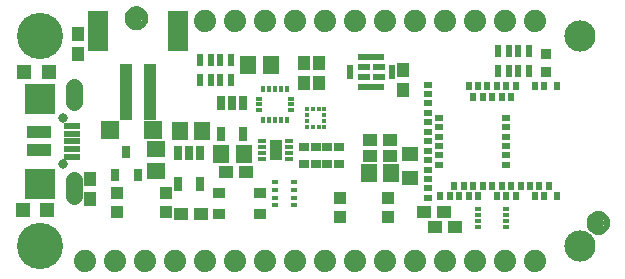
<source format=gbr>
G04 EAGLE Gerber RS-274X export*
G75*
%MOMM*%
%FSLAX34Y34*%
%LPD*%
%INSoldermask Top*%
%IPPOS*%
%AMOC8*
5,1,8,0,0,1.08239X$1,22.5*%
G01*
%ADD10C,2.641600*%
%ADD11C,3.911600*%
%ADD12C,1.879600*%
%ADD13R,1.001600X1.001600*%
%ADD14R,0.651600X1.301600*%
%ADD15R,1.301600X1.301600*%
%ADD16C,0.801600*%
%ADD17R,2.514600X2.514600*%
%ADD18C,1.409600*%
%ADD19R,2.101600X1.101600*%
%ADD20R,1.450000X0.500000*%
%ADD21R,1.501600X1.501600*%
%ADD22R,0.736600X1.117600*%
%ADD23R,0.901600X0.901600*%
%ADD24R,0.501600X0.701600*%
%ADD25R,0.701600X0.501600*%
%ADD26R,0.601600X0.376600*%
%ADD27R,1.101600X0.951600*%
%ADD28R,1.176600X1.101600*%
%ADD29R,1.341600X1.601600*%
%ADD30R,1.601600X1.341600*%
%ADD31R,1.101600X1.176600*%
%ADD32R,1.401600X1.301600*%
%ADD33R,0.551600X1.001600*%
%ADD34C,1.101600*%
%ADD35C,0.500000*%
%ADD36R,0.351600X0.601600*%
%ADD37R,0.601600X0.351600*%
%ADD38R,0.376600X0.351600*%
%ADD39R,0.351600X0.376600*%
%ADD40R,0.821600X0.701600*%
%ADD41R,1.101600X1.801600*%
%ADD42R,0.701600X0.351600*%
%ADD43R,0.551600X1.301600*%
%ADD44R,2.301600X0.551600*%
%ADD45R,1.051600X0.551600*%
%ADD46R,0.601600X0.451600*%
%ADD47R,1.101600X4.701600*%
%ADD48R,1.701600X3.501600*%


D10*
X482600Y203200D03*
X482600Y25400D03*
D11*
X25400Y203200D03*
X25400Y25400D03*
D12*
X165100Y215900D03*
X190500Y215900D03*
X215900Y215900D03*
X241300Y215900D03*
X266700Y215900D03*
X292100Y215900D03*
X317500Y215900D03*
X342900Y215900D03*
X368300Y215900D03*
X393700Y215900D03*
X419100Y215900D03*
X444500Y215900D03*
X165100Y12700D03*
X190500Y12700D03*
X215900Y12700D03*
X241300Y12700D03*
X266700Y12700D03*
X292100Y12700D03*
X317500Y12700D03*
X342900Y12700D03*
X368300Y12700D03*
X393700Y12700D03*
X419100Y12700D03*
X444500Y12700D03*
X139700Y12700D03*
X114300Y12700D03*
X88900Y12700D03*
X63500Y12700D03*
D13*
X131498Y70230D03*
X131498Y54230D03*
X90498Y54230D03*
X90498Y70230D03*
D14*
X160884Y104441D03*
X151384Y104441D03*
X141884Y104441D03*
X141884Y78439D03*
X160884Y78439D03*
D15*
X31328Y56388D03*
X10328Y56388D03*
D14*
X197333Y146859D03*
X187833Y146859D03*
X178333Y146859D03*
X178333Y120857D03*
X197333Y120857D03*
D16*
X44450Y133800D03*
X44450Y94800D03*
D17*
X25450Y78300D03*
X25450Y150300D03*
D18*
X53450Y147300D02*
X53450Y160380D01*
X53450Y81300D02*
X53450Y68220D01*
D19*
X24450Y121800D03*
X24450Y106800D03*
D20*
X52200Y127300D03*
X52200Y120800D03*
X52200Y114300D03*
X52200Y107800D03*
X52200Y101300D03*
D21*
X121116Y123952D03*
X84116Y123952D03*
D22*
X98171Y105504D03*
X107671Y85504D03*
X88671Y85504D03*
D15*
X11725Y172720D03*
X32725Y172720D03*
D23*
X453390Y172840D03*
X453390Y187840D03*
D24*
X462950Y160800D03*
X443950Y160800D03*
X427950Y160800D03*
X423950Y151800D03*
X415950Y151800D03*
X407950Y151800D03*
X403950Y160800D03*
X399950Y151800D03*
X395950Y160800D03*
X391950Y151800D03*
X387950Y160800D03*
X411950Y160800D03*
D25*
X353950Y162300D03*
D24*
X419950Y160800D03*
D25*
X353950Y154300D03*
D24*
X451950Y160800D03*
D25*
X353950Y146300D03*
X353950Y138300D03*
X353950Y130300D03*
X353950Y122300D03*
X353950Y114300D03*
X353950Y106300D03*
X353950Y98300D03*
X362950Y126300D03*
X362950Y118300D03*
X362950Y110300D03*
X362950Y102300D03*
X362950Y94300D03*
X353950Y74300D03*
X353950Y90300D03*
X353950Y82300D03*
X353950Y66300D03*
D24*
X363950Y67800D03*
X371950Y67800D03*
X379950Y67800D03*
X383950Y76800D03*
X391950Y76800D03*
X387950Y67800D03*
X375950Y76800D03*
D25*
X362950Y134300D03*
D24*
X395950Y67800D03*
X399950Y76800D03*
X407950Y76800D03*
X411950Y67800D03*
X415950Y76800D03*
X419950Y67800D03*
X423950Y76800D03*
X427950Y67800D03*
X431950Y76800D03*
X439950Y76800D03*
X443950Y67800D03*
X447950Y76800D03*
X451950Y67800D03*
X455950Y76800D03*
X462950Y67800D03*
D25*
X419950Y134300D03*
X419950Y126300D03*
X419950Y118300D03*
X419950Y110300D03*
X419950Y102300D03*
X419950Y94300D03*
D26*
X419670Y42030D03*
X419670Y47030D03*
X419670Y52030D03*
X419670Y57030D03*
X395670Y42030D03*
X395670Y47030D03*
X395670Y52030D03*
X395670Y57030D03*
D27*
X211368Y52702D03*
X176368Y52702D03*
X211368Y70202D03*
X176368Y70202D03*
D13*
X319839Y66547D03*
X319839Y50547D03*
X278839Y50547D03*
X278839Y66547D03*
D28*
X182254Y87884D03*
X199254Y87884D03*
X304555Y101981D03*
X321555Y101981D03*
D29*
X178460Y103759D03*
X197460Y103759D03*
X220320Y179070D03*
X201320Y179070D03*
D30*
X122936Y89052D03*
X122936Y108052D03*
D29*
X303555Y87122D03*
X322555Y87122D03*
X162662Y122555D03*
X143662Y122555D03*
D31*
X67564Y65287D03*
X67564Y82287D03*
D28*
X144662Y53086D03*
X161662Y53086D03*
X350275Y53975D03*
X367275Y53975D03*
X359800Y41275D03*
X376800Y41275D03*
D32*
X338201Y103886D03*
X338201Y83566D03*
D33*
X186736Y166506D03*
X186736Y183506D03*
X177736Y166506D03*
X169736Y166506D03*
X160736Y166506D03*
X160736Y183506D03*
X177736Y183506D03*
X169736Y183506D03*
D31*
X332740Y157870D03*
X332740Y174870D03*
D34*
X106680Y218440D03*
D35*
X106680Y225940D02*
X106499Y225938D01*
X106318Y225931D01*
X106137Y225920D01*
X105956Y225905D01*
X105776Y225885D01*
X105596Y225861D01*
X105417Y225833D01*
X105239Y225800D01*
X105062Y225763D01*
X104885Y225722D01*
X104710Y225677D01*
X104535Y225627D01*
X104362Y225573D01*
X104191Y225515D01*
X104020Y225453D01*
X103852Y225386D01*
X103685Y225316D01*
X103519Y225242D01*
X103356Y225163D01*
X103195Y225081D01*
X103035Y224995D01*
X102878Y224905D01*
X102723Y224811D01*
X102570Y224714D01*
X102420Y224612D01*
X102272Y224508D01*
X102126Y224399D01*
X101984Y224288D01*
X101844Y224172D01*
X101707Y224054D01*
X101572Y223932D01*
X101441Y223807D01*
X101313Y223679D01*
X101188Y223548D01*
X101066Y223413D01*
X100948Y223276D01*
X100832Y223136D01*
X100721Y222994D01*
X100612Y222848D01*
X100508Y222700D01*
X100406Y222550D01*
X100309Y222397D01*
X100215Y222242D01*
X100125Y222085D01*
X100039Y221925D01*
X99957Y221764D01*
X99878Y221601D01*
X99804Y221435D01*
X99734Y221268D01*
X99667Y221100D01*
X99605Y220929D01*
X99547Y220758D01*
X99493Y220585D01*
X99443Y220410D01*
X99398Y220235D01*
X99357Y220058D01*
X99320Y219881D01*
X99287Y219703D01*
X99259Y219524D01*
X99235Y219344D01*
X99215Y219164D01*
X99200Y218983D01*
X99189Y218802D01*
X99182Y218621D01*
X99180Y218440D01*
X106680Y225940D02*
X106861Y225938D01*
X107042Y225931D01*
X107223Y225920D01*
X107404Y225905D01*
X107584Y225885D01*
X107764Y225861D01*
X107943Y225833D01*
X108121Y225800D01*
X108298Y225763D01*
X108475Y225722D01*
X108650Y225677D01*
X108825Y225627D01*
X108998Y225573D01*
X109169Y225515D01*
X109340Y225453D01*
X109508Y225386D01*
X109675Y225316D01*
X109841Y225242D01*
X110004Y225163D01*
X110165Y225081D01*
X110325Y224995D01*
X110482Y224905D01*
X110637Y224811D01*
X110790Y224714D01*
X110940Y224612D01*
X111088Y224508D01*
X111234Y224399D01*
X111376Y224288D01*
X111516Y224172D01*
X111653Y224054D01*
X111788Y223932D01*
X111919Y223807D01*
X112047Y223679D01*
X112172Y223548D01*
X112294Y223413D01*
X112412Y223276D01*
X112528Y223136D01*
X112639Y222994D01*
X112748Y222848D01*
X112852Y222700D01*
X112954Y222550D01*
X113051Y222397D01*
X113145Y222242D01*
X113235Y222085D01*
X113321Y221925D01*
X113403Y221764D01*
X113482Y221601D01*
X113556Y221435D01*
X113626Y221268D01*
X113693Y221100D01*
X113755Y220929D01*
X113813Y220758D01*
X113867Y220585D01*
X113917Y220410D01*
X113962Y220235D01*
X114003Y220058D01*
X114040Y219881D01*
X114073Y219703D01*
X114101Y219524D01*
X114125Y219344D01*
X114145Y219164D01*
X114160Y218983D01*
X114171Y218802D01*
X114178Y218621D01*
X114180Y218440D01*
X114178Y218259D01*
X114171Y218078D01*
X114160Y217897D01*
X114145Y217716D01*
X114125Y217536D01*
X114101Y217356D01*
X114073Y217177D01*
X114040Y216999D01*
X114003Y216822D01*
X113962Y216645D01*
X113917Y216470D01*
X113867Y216295D01*
X113813Y216122D01*
X113755Y215951D01*
X113693Y215780D01*
X113626Y215612D01*
X113556Y215445D01*
X113482Y215279D01*
X113403Y215116D01*
X113321Y214955D01*
X113235Y214795D01*
X113145Y214638D01*
X113051Y214483D01*
X112954Y214330D01*
X112852Y214180D01*
X112748Y214032D01*
X112639Y213886D01*
X112528Y213744D01*
X112412Y213604D01*
X112294Y213467D01*
X112172Y213332D01*
X112047Y213201D01*
X111919Y213073D01*
X111788Y212948D01*
X111653Y212826D01*
X111516Y212708D01*
X111376Y212592D01*
X111234Y212481D01*
X111088Y212372D01*
X110940Y212268D01*
X110790Y212166D01*
X110637Y212069D01*
X110482Y211975D01*
X110325Y211885D01*
X110165Y211799D01*
X110004Y211717D01*
X109841Y211638D01*
X109675Y211564D01*
X109508Y211494D01*
X109340Y211427D01*
X109169Y211365D01*
X108998Y211307D01*
X108825Y211253D01*
X108650Y211203D01*
X108475Y211158D01*
X108298Y211117D01*
X108121Y211080D01*
X107943Y211047D01*
X107764Y211019D01*
X107584Y210995D01*
X107404Y210975D01*
X107223Y210960D01*
X107042Y210949D01*
X106861Y210942D01*
X106680Y210940D01*
X106499Y210942D01*
X106318Y210949D01*
X106137Y210960D01*
X105956Y210975D01*
X105776Y210995D01*
X105596Y211019D01*
X105417Y211047D01*
X105239Y211080D01*
X105062Y211117D01*
X104885Y211158D01*
X104710Y211203D01*
X104535Y211253D01*
X104362Y211307D01*
X104191Y211365D01*
X104020Y211427D01*
X103852Y211494D01*
X103685Y211564D01*
X103519Y211638D01*
X103356Y211717D01*
X103195Y211799D01*
X103035Y211885D01*
X102878Y211975D01*
X102723Y212069D01*
X102570Y212166D01*
X102420Y212268D01*
X102272Y212372D01*
X102126Y212481D01*
X101984Y212592D01*
X101844Y212708D01*
X101707Y212826D01*
X101572Y212948D01*
X101441Y213073D01*
X101313Y213201D01*
X101188Y213332D01*
X101066Y213467D01*
X100948Y213604D01*
X100832Y213744D01*
X100721Y213886D01*
X100612Y214032D01*
X100508Y214180D01*
X100406Y214330D01*
X100309Y214483D01*
X100215Y214638D01*
X100125Y214795D01*
X100039Y214955D01*
X99957Y215116D01*
X99878Y215279D01*
X99804Y215445D01*
X99734Y215612D01*
X99667Y215780D01*
X99605Y215951D01*
X99547Y216122D01*
X99493Y216295D01*
X99443Y216470D01*
X99398Y216645D01*
X99357Y216822D01*
X99320Y216999D01*
X99287Y217177D01*
X99259Y217356D01*
X99235Y217536D01*
X99215Y217716D01*
X99200Y217897D01*
X99189Y218078D01*
X99182Y218259D01*
X99180Y218440D01*
D34*
X497840Y45085D03*
D35*
X497840Y52585D02*
X497659Y52583D01*
X497478Y52576D01*
X497297Y52565D01*
X497116Y52550D01*
X496936Y52530D01*
X496756Y52506D01*
X496577Y52478D01*
X496399Y52445D01*
X496222Y52408D01*
X496045Y52367D01*
X495870Y52322D01*
X495695Y52272D01*
X495522Y52218D01*
X495351Y52160D01*
X495180Y52098D01*
X495012Y52031D01*
X494845Y51961D01*
X494679Y51887D01*
X494516Y51808D01*
X494355Y51726D01*
X494195Y51640D01*
X494038Y51550D01*
X493883Y51456D01*
X493730Y51359D01*
X493580Y51257D01*
X493432Y51153D01*
X493286Y51044D01*
X493144Y50933D01*
X493004Y50817D01*
X492867Y50699D01*
X492732Y50577D01*
X492601Y50452D01*
X492473Y50324D01*
X492348Y50193D01*
X492226Y50058D01*
X492108Y49921D01*
X491992Y49781D01*
X491881Y49639D01*
X491772Y49493D01*
X491668Y49345D01*
X491566Y49195D01*
X491469Y49042D01*
X491375Y48887D01*
X491285Y48730D01*
X491199Y48570D01*
X491117Y48409D01*
X491038Y48246D01*
X490964Y48080D01*
X490894Y47913D01*
X490827Y47745D01*
X490765Y47574D01*
X490707Y47403D01*
X490653Y47230D01*
X490603Y47055D01*
X490558Y46880D01*
X490517Y46703D01*
X490480Y46526D01*
X490447Y46348D01*
X490419Y46169D01*
X490395Y45989D01*
X490375Y45809D01*
X490360Y45628D01*
X490349Y45447D01*
X490342Y45266D01*
X490340Y45085D01*
X497840Y52585D02*
X498021Y52583D01*
X498202Y52576D01*
X498383Y52565D01*
X498564Y52550D01*
X498744Y52530D01*
X498924Y52506D01*
X499103Y52478D01*
X499281Y52445D01*
X499458Y52408D01*
X499635Y52367D01*
X499810Y52322D01*
X499985Y52272D01*
X500158Y52218D01*
X500329Y52160D01*
X500500Y52098D01*
X500668Y52031D01*
X500835Y51961D01*
X501001Y51887D01*
X501164Y51808D01*
X501325Y51726D01*
X501485Y51640D01*
X501642Y51550D01*
X501797Y51456D01*
X501950Y51359D01*
X502100Y51257D01*
X502248Y51153D01*
X502394Y51044D01*
X502536Y50933D01*
X502676Y50817D01*
X502813Y50699D01*
X502948Y50577D01*
X503079Y50452D01*
X503207Y50324D01*
X503332Y50193D01*
X503454Y50058D01*
X503572Y49921D01*
X503688Y49781D01*
X503799Y49639D01*
X503908Y49493D01*
X504012Y49345D01*
X504114Y49195D01*
X504211Y49042D01*
X504305Y48887D01*
X504395Y48730D01*
X504481Y48570D01*
X504563Y48409D01*
X504642Y48246D01*
X504716Y48080D01*
X504786Y47913D01*
X504853Y47745D01*
X504915Y47574D01*
X504973Y47403D01*
X505027Y47230D01*
X505077Y47055D01*
X505122Y46880D01*
X505163Y46703D01*
X505200Y46526D01*
X505233Y46348D01*
X505261Y46169D01*
X505285Y45989D01*
X505305Y45809D01*
X505320Y45628D01*
X505331Y45447D01*
X505338Y45266D01*
X505340Y45085D01*
X505338Y44904D01*
X505331Y44723D01*
X505320Y44542D01*
X505305Y44361D01*
X505285Y44181D01*
X505261Y44001D01*
X505233Y43822D01*
X505200Y43644D01*
X505163Y43467D01*
X505122Y43290D01*
X505077Y43115D01*
X505027Y42940D01*
X504973Y42767D01*
X504915Y42596D01*
X504853Y42425D01*
X504786Y42257D01*
X504716Y42090D01*
X504642Y41924D01*
X504563Y41761D01*
X504481Y41600D01*
X504395Y41440D01*
X504305Y41283D01*
X504211Y41128D01*
X504114Y40975D01*
X504012Y40825D01*
X503908Y40677D01*
X503799Y40531D01*
X503688Y40389D01*
X503572Y40249D01*
X503454Y40112D01*
X503332Y39977D01*
X503207Y39846D01*
X503079Y39718D01*
X502948Y39593D01*
X502813Y39471D01*
X502676Y39353D01*
X502536Y39237D01*
X502394Y39126D01*
X502248Y39017D01*
X502100Y38913D01*
X501950Y38811D01*
X501797Y38714D01*
X501642Y38620D01*
X501485Y38530D01*
X501325Y38444D01*
X501164Y38362D01*
X501001Y38283D01*
X500835Y38209D01*
X500668Y38139D01*
X500500Y38072D01*
X500329Y38010D01*
X500158Y37952D01*
X499985Y37898D01*
X499810Y37848D01*
X499635Y37803D01*
X499458Y37762D01*
X499281Y37725D01*
X499103Y37692D01*
X498924Y37664D01*
X498744Y37640D01*
X498564Y37620D01*
X498383Y37605D01*
X498202Y37594D01*
X498021Y37587D01*
X497840Y37585D01*
X497659Y37587D01*
X497478Y37594D01*
X497297Y37605D01*
X497116Y37620D01*
X496936Y37640D01*
X496756Y37664D01*
X496577Y37692D01*
X496399Y37725D01*
X496222Y37762D01*
X496045Y37803D01*
X495870Y37848D01*
X495695Y37898D01*
X495522Y37952D01*
X495351Y38010D01*
X495180Y38072D01*
X495012Y38139D01*
X494845Y38209D01*
X494679Y38283D01*
X494516Y38362D01*
X494355Y38444D01*
X494195Y38530D01*
X494038Y38620D01*
X493883Y38714D01*
X493730Y38811D01*
X493580Y38913D01*
X493432Y39017D01*
X493286Y39126D01*
X493144Y39237D01*
X493004Y39353D01*
X492867Y39471D01*
X492732Y39593D01*
X492601Y39718D01*
X492473Y39846D01*
X492348Y39977D01*
X492226Y40112D01*
X492108Y40249D01*
X491992Y40389D01*
X491881Y40531D01*
X491772Y40677D01*
X491668Y40825D01*
X491566Y40975D01*
X491469Y41128D01*
X491375Y41283D01*
X491285Y41440D01*
X491199Y41600D01*
X491117Y41761D01*
X491038Y41924D01*
X490964Y42090D01*
X490894Y42257D01*
X490827Y42425D01*
X490765Y42596D01*
X490707Y42767D01*
X490653Y42940D01*
X490603Y43115D01*
X490558Y43290D01*
X490517Y43467D01*
X490480Y43644D01*
X490447Y43822D01*
X490419Y44001D01*
X490395Y44181D01*
X490375Y44361D01*
X490360Y44542D01*
X490349Y44723D01*
X490342Y44904D01*
X490340Y45085D01*
D36*
X214155Y131915D03*
X219155Y131915D03*
X224155Y131915D03*
X229155Y131915D03*
X234155Y131915D03*
D37*
X237655Y140415D03*
X237655Y145415D03*
X237655Y150415D03*
D36*
X234155Y158915D03*
X229155Y158915D03*
X224155Y158915D03*
X219155Y158915D03*
X214155Y158915D03*
D37*
X210655Y150415D03*
X210655Y145415D03*
X210655Y140415D03*
D38*
X265945Y126485D03*
X265945Y131485D03*
X265945Y136485D03*
X265945Y141485D03*
D39*
X260945Y141485D03*
X255945Y141485D03*
D38*
X250945Y141485D03*
X250945Y136485D03*
X250945Y131485D03*
X250945Y126485D03*
D39*
X255945Y126485D03*
X260945Y126485D03*
D31*
X261620Y180585D03*
X261620Y163585D03*
D40*
X248475Y109235D03*
X258475Y109235D03*
X268475Y109235D03*
X278475Y109235D03*
X278475Y95235D03*
X268475Y95235D03*
X258475Y95235D03*
X248475Y95235D03*
D28*
X304555Y114935D03*
X321555Y114935D03*
D41*
X224790Y106680D03*
D42*
X213290Y114180D03*
X213290Y109180D03*
X213290Y104180D03*
X213290Y99180D03*
X236290Y99180D03*
X236290Y104180D03*
X236290Y109180D03*
X236290Y114180D03*
D43*
X322935Y172720D03*
X287935Y172720D03*
D44*
X305435Y160220D03*
X305435Y185220D03*
D45*
X299185Y168470D03*
X299185Y176970D03*
X311685Y176970D03*
X311685Y168470D03*
D46*
X224410Y60100D03*
X224410Y66600D03*
X224410Y73100D03*
X224410Y79600D03*
X240410Y79600D03*
X240410Y73100D03*
X240410Y66600D03*
X240410Y60100D03*
D33*
X439085Y173745D03*
X439085Y190745D03*
X430085Y173745D03*
X422085Y173745D03*
X413085Y173745D03*
X413085Y190745D03*
X430085Y190745D03*
X422085Y190745D03*
D31*
X248285Y180585D03*
X248285Y163585D03*
X57150Y205350D03*
X57150Y188350D03*
D47*
X97950Y156040D03*
X117950Y156040D03*
D48*
X73950Y208040D03*
X141950Y208040D03*
M02*

</source>
